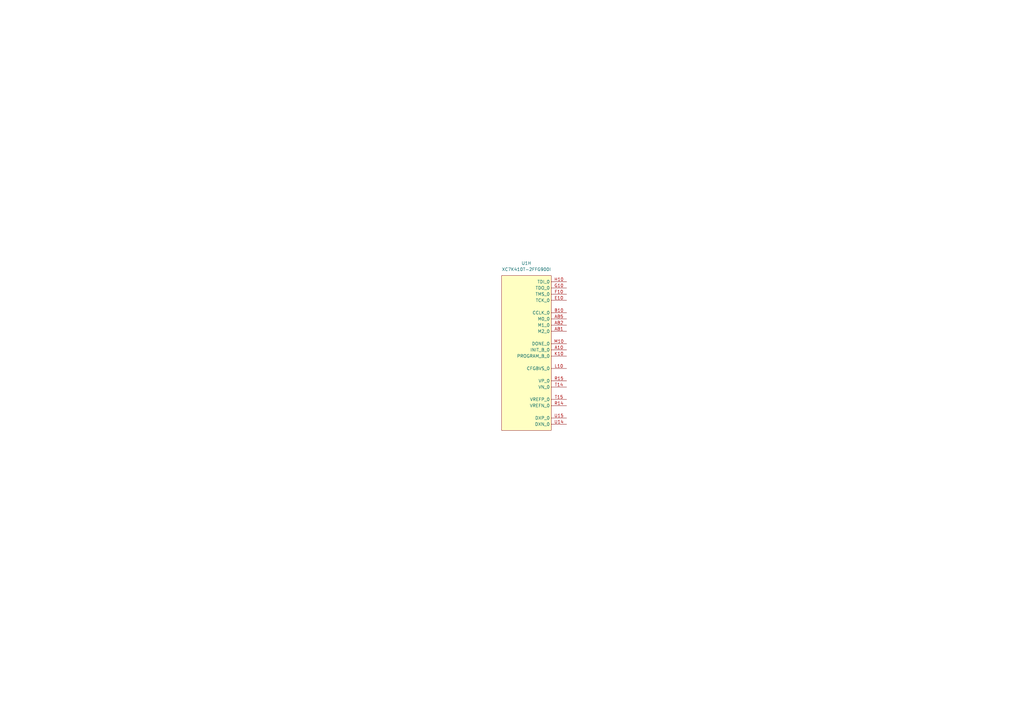
<source format=kicad_sch>
(kicad_sch (version 20211123) (generator eeschema)
  (paper "A3")
  (title_block (comment 1 "www.antmicro.com") (comment 2 "Antmicro Ltd"))
  (symbol (lib_id "antmicroMicrocontrollers:XC7K410T-2FFG900I") (at 215.9 146.05 0) (unit 8)
    (property "Reference" "U1" (at 215.9 107.95 0))
    (property "Value" "XC7K410T-2FFG900I" (at 215.9 110.49 0))
    (property "Footprint" "antmicro-footprints:xc7k410t-2ffg900I" (effects hide))
    (property "Datasheet" "https://eu.mouser.com/datasheet/2/903/ds180_7Series_Overview-1591537.pdf" (effects hide))
    (property "Manufacturer" "Xilinx" (effects hide))
    (property "MPN" "XC7K410T-2FFG900I" (effects hide))
  )
)
</source>
